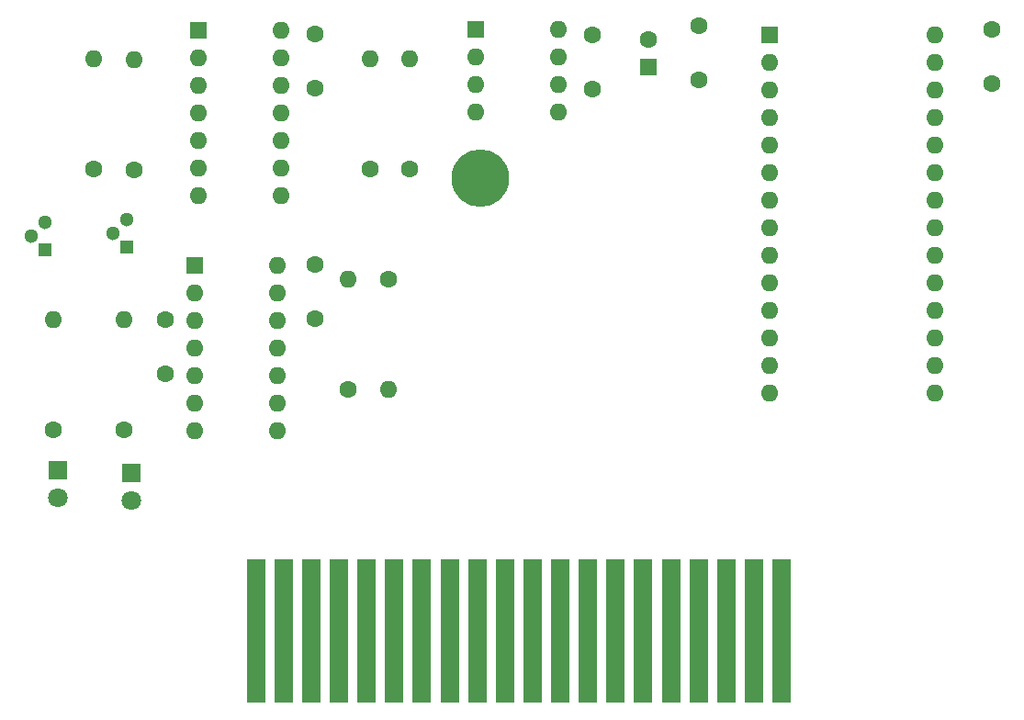
<source format=gbr>
G04 #@! TF.GenerationSoftware,KiCad,Pcbnew,7.0.10-unknown-202401271548~13fcb571f7~ubuntu23.10.1*
G04 #@! TF.CreationDate,2024-01-28T11:57:11+00:00*
G04 #@! TF.ProjectId,Dragon 32 Soak Test Cartridge,44726167-6f6e-4203-9332-20536f616b20,1.0*
G04 #@! TF.SameCoordinates,Original*
G04 #@! TF.FileFunction,Soldermask,Top*
G04 #@! TF.FilePolarity,Negative*
%FSLAX46Y46*%
G04 Gerber Fmt 4.6, Leading zero omitted, Abs format (unit mm)*
G04 Created by KiCad (PCBNEW 7.0.10-unknown-202401271548~13fcb571f7~ubuntu23.10.1) date 2024-01-28 11:57:11*
%MOMM*%
%LPD*%
G01*
G04 APERTURE LIST*
%ADD10R,1.600000X1.600000*%
%ADD11O,1.600000X1.600000*%
%ADD12R,1.800000X13.200000*%
%ADD13R,1.800000X1.800000*%
%ADD14C,1.800000*%
%ADD15C,1.600000*%
%ADD16R,1.300000X1.300000*%
%ADD17C,1.300000*%
%ADD18C,5.300000*%
G04 APERTURE END LIST*
D10*
G04 #@! TO.C,IC4*
X60550000Y-66120000D03*
D11*
X60550000Y-68660000D03*
X60550000Y-71200000D03*
X60550000Y-73740000D03*
X60550000Y-76280000D03*
X60550000Y-78820000D03*
X60550000Y-81360000D03*
X68170000Y-81360000D03*
X68170000Y-78820000D03*
X68170000Y-76280000D03*
X68170000Y-73740000D03*
X68170000Y-71200000D03*
X68170000Y-68660000D03*
X68170000Y-66120000D03*
G04 #@! TD*
D12*
G04 #@! TO.C,U2*
X66200000Y-99850000D03*
X68750000Y-99850000D03*
X71300000Y-99850000D03*
X73850000Y-99850000D03*
X76400000Y-99850000D03*
X78950000Y-99850000D03*
X81500000Y-99850000D03*
X84050000Y-99850000D03*
X86600000Y-99850000D03*
X89150000Y-99850000D03*
X91700000Y-99850000D03*
X94250000Y-99850000D03*
X96800000Y-99850000D03*
X99350000Y-99850000D03*
X101900000Y-99850000D03*
X104450000Y-99850000D03*
X107000000Y-99850000D03*
X109550000Y-99850000D03*
X112100000Y-99850000D03*
X114650000Y-99850000D03*
G04 #@! TD*
D13*
G04 #@! TO.C,D1*
X47900000Y-85025000D03*
D14*
X47900000Y-87565000D03*
G04 #@! TD*
D10*
G04 #@! TO.C,IC3*
X113538000Y-44831000D03*
D11*
X113538000Y-47371000D03*
X113538000Y-49911000D03*
X113538000Y-52451000D03*
X113538000Y-54991000D03*
X113538000Y-57531000D03*
X113538000Y-60071000D03*
X113538000Y-62611000D03*
X113538000Y-65151000D03*
X113538000Y-67691000D03*
X113538000Y-70231000D03*
X113538000Y-72771000D03*
X113538000Y-75311000D03*
X113538000Y-77851000D03*
X128778000Y-77851000D03*
X128778000Y-75311000D03*
X128778000Y-72771000D03*
X128778000Y-70231000D03*
X128778000Y-67691000D03*
X128778000Y-65151000D03*
X128778000Y-62611000D03*
X128778000Y-60071000D03*
X128778000Y-57531000D03*
X128778000Y-54991000D03*
X128778000Y-52451000D03*
X128778000Y-49911000D03*
X128778000Y-47371000D03*
X128778000Y-44831000D03*
G04 #@! TD*
D15*
G04 #@! TO.C,DC1*
X71600000Y-66000000D03*
X71600000Y-71000000D03*
G04 #@! TD*
G04 #@! TO.C,DC2*
X71600000Y-44800000D03*
X71600000Y-49800000D03*
G04 #@! TD*
G04 #@! TO.C,R2*
X55000000Y-57350000D03*
D11*
X55000000Y-47190000D03*
G04 #@! TD*
D15*
G04 #@! TO.C,R5*
X78400000Y-67400000D03*
D11*
X78400000Y-77560000D03*
G04 #@! TD*
D16*
G04 #@! TO.C,TR1*
X46770000Y-64670000D03*
D17*
X45500000Y-63400000D03*
X46770000Y-62130000D03*
G04 #@! TD*
D18*
G04 #@! TO.C,REF\u002A\u002A*
X86850000Y-58100000D03*
G04 #@! TD*
D15*
G04 #@! TO.C,C2*
X107000000Y-49000000D03*
X107000000Y-44000000D03*
G04 #@! TD*
G04 #@! TO.C,R7*
X54000000Y-81260000D03*
D11*
X54000000Y-71100000D03*
G04 #@! TD*
D10*
G04 #@! TO.C,IC2*
X86450000Y-44400000D03*
D11*
X86450000Y-46940000D03*
X86450000Y-49480000D03*
X86450000Y-52020000D03*
X94070000Y-52020000D03*
X94070000Y-49480000D03*
X94070000Y-46940000D03*
X94070000Y-44400000D03*
G04 #@! TD*
D15*
G04 #@! TO.C,R6*
X47550000Y-81250000D03*
D11*
X47550000Y-71090000D03*
G04 #@! TD*
D10*
G04 #@! TO.C,C1*
X102400000Y-47805100D03*
D15*
X102400000Y-45305100D03*
G04 #@! TD*
G04 #@! TO.C,R8*
X74700000Y-77560000D03*
D11*
X74700000Y-67400000D03*
G04 #@! TD*
D10*
G04 #@! TO.C,IC1*
X60880000Y-44460000D03*
D11*
X60880000Y-47000000D03*
X60880000Y-49540000D03*
X60880000Y-52080000D03*
X60880000Y-54620000D03*
X60880000Y-57160000D03*
X60880000Y-59700000D03*
X68500000Y-59700000D03*
X68500000Y-57160000D03*
X68500000Y-54620000D03*
X68500000Y-52080000D03*
X68500000Y-49540000D03*
X68500000Y-47000000D03*
X68500000Y-44460000D03*
G04 #@! TD*
D16*
G04 #@! TO.C,TR2*
X54300000Y-64440000D03*
D17*
X53030000Y-63170000D03*
X54300000Y-61900000D03*
G04 #@! TD*
D15*
G04 #@! TO.C,C3*
X57800000Y-71100000D03*
X57800000Y-76100000D03*
G04 #@! TD*
G04 #@! TO.C,R4*
X80400000Y-57200000D03*
D11*
X80400000Y-47040000D03*
G04 #@! TD*
D15*
G04 #@! TO.C,DC4*
X97200000Y-44900000D03*
X97200000Y-49900000D03*
G04 #@! TD*
D13*
G04 #@! TO.C,D2*
X54700000Y-85225000D03*
D14*
X54700000Y-87765000D03*
G04 #@! TD*
D15*
G04 #@! TO.C,DC3*
X134000000Y-44400000D03*
X134000000Y-49400000D03*
G04 #@! TD*
G04 #@! TO.C,R3*
X76750000Y-57250000D03*
D11*
X76750000Y-47090000D03*
G04 #@! TD*
D15*
G04 #@! TO.C,R1*
X51250000Y-57250000D03*
D11*
X51250000Y-47090000D03*
G04 #@! TD*
M02*

</source>
